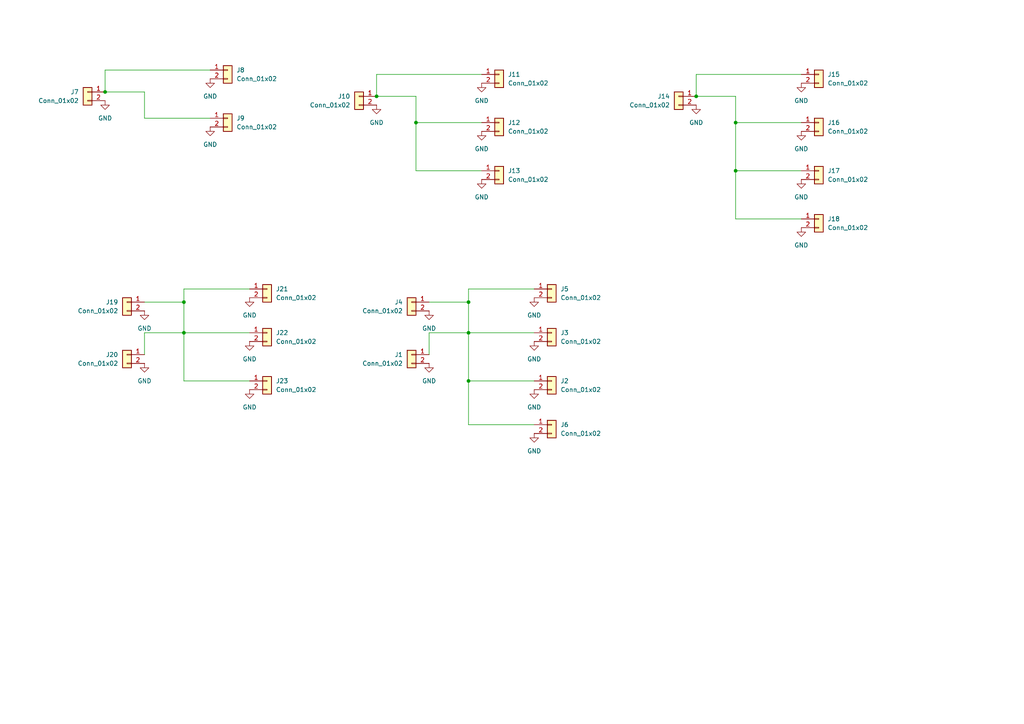
<source format=kicad_sch>
(kicad_sch (version 20231120) (generator "eeschema") (generator_version "8.0")
  (paper "A4")
  (lib_symbols
    (symbol "Connector_Generic:Conn_01x02" (pin_names (offset 1.016) hide)
      (property "Reference" "J" (at 0 2.54 0))
      (property "Value" "Conn_01x02" (at 0 -5.08 0))
      (symbol "Conn_01x02_1_1"
        (rectangle (start -1.27 -2.413) (end 0 -2.667) (stroke (width 0.1524)))
        (rectangle (start -1.27 0.127) (end 0 -0.127) (stroke (width 0.1524)))
        (rectangle (start -1.27 1.27) (end 1.27 -3.81) (stroke (width 0.254)) (fill (type background)))
        (pin passive line (at -5.08 0 0) (length 3.81) (name "Pin_1") (number "1"))
        (pin passive line (at -5.08 -2.54 0) (length 3.81) (name "Pin_2") (number "2"))
      )
    )
    (symbol "power:GND" (power) (pin_numbers hide) (pin_names (offset 0) hide)
      (property "Value" "GND" (at 0 -3.81 0))
      (symbol "GND_0_1"
        (polyline (pts (xy 0 0) (xy 0 -1.27) (xy 1.27 -1.27) (xy 0 -2.54) (xy -1.27 -1.27) (xy 0 -1.27)))
      )
      (symbol "GND_1_1"
        (pin power_in line (at 0 0 270) (length 0) (name "~") (number "1"))
      )
    )
  )
  (junction (at 135.89 96.52))
  (junction (at 53.34 87.63))
  (junction (at 135.89 87.63))
  (junction (at 120.65 35.56))
  (junction (at 201.93 27.94))
  (junction (at 30.48 26.67))
  (junction (at 53.34 96.52))
  (junction (at 213.36 49.53))
  (junction (at 109.22 27.94))
  (junction (at 135.89 110.49))
  (junction (at 213.36 35.56))
  (wire (pts (xy 213.36 49.53) (xy 213.36 63.5)))
  (wire (pts (xy 213.36 35.56) (xy 213.36 49.53)))
  (wire (pts (xy 30.48 26.67) (xy 41.91 26.67)))
  (wire (pts (xy 41.91 96.52) (xy 53.34 96.52)))
  (wire (pts (xy 135.89 96.52) (xy 135.89 110.49)))
  (wire (pts (xy 53.34 96.52) (xy 53.34 87.63)))
  (wire (pts (xy 201.93 27.94) (xy 201.93 21.59)))
  (wire (pts (xy 30.48 20.32) (xy 60.96 20.32)))
  (wire (pts (xy 109.22 21.59) (xy 139.7 21.59)))
  (wire (pts (xy 120.65 35.56) (xy 120.65 49.53)))
  (wire (pts (xy 41.91 102.87) (xy 41.91 96.52)))
  (wire (pts (xy 124.46 102.87) (xy 124.46 96.52)))
  (wire (pts (xy 53.34 87.63) (xy 53.34 83.82)))
  (wire (pts (xy 120.65 35.56) (xy 139.7 35.56)))
  (wire (pts (xy 135.89 110.49) (xy 135.89 123.19)))
  (wire (pts (xy 135.89 87.63) (xy 135.89 83.82)))
  (wire (pts (xy 201.93 27.94) (xy 213.36 27.94)))
  (wire (pts (xy 41.91 26.67) (xy 41.91 34.29)))
  (wire (pts (xy 124.46 96.52) (xy 135.89 96.52)))
  (wire (pts (xy 120.65 27.94) (xy 120.65 35.56)))
  (wire (pts (xy 135.89 87.63) (xy 124.46 87.63)))
  (wire (pts (xy 30.48 26.67) (xy 30.48 20.32)))
  (wire (pts (xy 135.89 83.82) (xy 154.94 83.82)))
  (wire (pts (xy 213.36 27.94) (xy 213.36 35.56)))
  (wire (pts (xy 213.36 63.5) (xy 232.41 63.5)))
  (wire (pts (xy 53.34 110.49) (xy 72.39 110.49)))
  (wire (pts (xy 109.22 27.94) (xy 109.22 21.59)))
  (wire (pts (xy 213.36 49.53) (xy 232.41 49.53)))
  (wire (pts (xy 109.22 27.94) (xy 120.65 27.94)))
  (wire (pts (xy 120.65 49.53) (xy 139.7 49.53)))
  (wire (pts (xy 53.34 96.52) (xy 72.39 96.52)))
  (wire (pts (xy 53.34 87.63) (xy 41.91 87.63)))
  (wire (pts (xy 135.89 110.49) (xy 154.94 110.49)))
  (wire (pts (xy 135.89 96.52) (xy 135.89 87.63)))
  (wire (pts (xy 53.34 96.52) (xy 53.34 110.49)))
  (wire (pts (xy 41.91 34.29) (xy 60.96 34.29)))
  (wire (pts (xy 213.36 35.56) (xy 232.41 35.56)))
  (wire (pts (xy 135.89 123.19) (xy 154.94 123.19)))
  (wire (pts (xy 135.89 96.52) (xy 154.94 96.52)))
  (wire (pts (xy 201.93 21.59) (xy 232.41 21.59)))
  (wire (pts (xy 53.34 83.82) (xy 72.39 83.82)))
  (symbol (lib_id "Connector_Generic:Conn_01x02") (at 160.02 123.19 0) (unit 1)
    (property "Reference" "J6" (at 162.56 123.1899 0) (effects (justify left)))
    (property "Value" "Conn_01x02" (at 162.56 125.7299 0) (effects (justify left)))
    (property "Footprint" "deans_fp:Deans Connector Female" (effects (hide yes)))
    (property "Description" "Generic connector, single row, 01x02, script generated (kicad-library-utils/schlib/autogen/connector/)" (effects (hide yes)))
  )
  (symbol (lib_id "Connector_Generic:Conn_01x02") (at 237.49 35.56 0) (unit 1)
    (property "Reference" "J16" (at 240.03 35.5599 0) (effects (justify left)))
    (property "Value" "Conn_01x02" (at 240.03 38.0999 0) (effects (justify left)))
    (property "Footprint" "deans_fp:Deans Connector Female" (effects (hide yes)))
    (property "Description" "Generic connector, single row, 01x02, script generated (kicad-library-utils/schlib/autogen/connector/)" (effects (hide yes)))
  )
  (symbol (lib_id "power:GND") (at 154.94 86.36 0) (unit 1)
    (property "Reference" "#PWR05" (effects (hide yes)))
    (property "Value" "GND" (at 154.94 91.44 0))
    (property "Description" "Power symbol creates a global label with name \"GND\" , ground" (effects (hide yes)))
  )
  (symbol (lib_id "power:GND") (at 72.39 99.06 0) (unit 1)
    (property "Reference" "#PWR022" (effects (hide yes)))
    (property "Value" "GND" (at 72.39 104.14 0))
    (property "Description" "Power symbol creates a global label with name \"GND\" , ground" (effects (hide yes)))
  )
  (symbol (lib_id "Connector_Generic:Conn_01x02") (at 36.83 87.63 0) (mirror y) (unit 1)
    (property "Reference" "J19" (at 34.29 87.6299 0) (effects (justify left)))
    (property "Value" "Conn_01x02" (at 34.29 90.1699 0) (effects (justify left)))
    (property "Footprint" "deans_fp:Deans Connector Male" (effects (hide yes)))
    (property "Description" "Generic connector, single row, 01x02, script generated (kicad-library-utils/schlib/autogen/connector/)" (effects (hide yes)))
  )
  (symbol (lib_id "Connector_Generic:Conn_01x02") (at 66.04 34.29 0) (unit 1)
    (property "Reference" "J9" (at 68.58 34.2899 0) (effects (justify left)))
    (property "Value" "Conn_01x02" (at 68.58 36.8299 0) (effects (justify left)))
    (property "Footprint" "deans_fp:Deans Connector Female" (effects (hide yes)))
    (property "Description" "Generic connector, single row, 01x02, script generated (kicad-library-utils/schlib/autogen/connector/)" (effects (hide yes)))
  )
  (symbol (lib_id "Connector_Generic:Conn_01x02") (at 160.02 83.82 0) (unit 1)
    (property "Reference" "J5" (at 162.56 83.8199 0) (effects (justify left)))
    (property "Value" "Conn_01x02" (at 162.56 86.3599 0) (effects (justify left)))
    (property "Footprint" "deans_fp:Deans Connector Female" (effects (hide yes)))
    (property "Description" "Generic connector, single row, 01x02, script generated (kicad-library-utils/schlib/autogen/connector/)" (effects (hide yes)))
  )
  (symbol (lib_id "power:GND") (at 60.96 36.83 0) (unit 1)
    (property "Reference" "#PWR09" (effects (hide yes)))
    (property "Value" "GND" (at 60.96 41.91 0))
    (property "Description" "Power symbol creates a global label with name \"GND\" , ground" (effects (hide yes)))
  )
  (symbol (lib_id "power:GND") (at 232.41 66.04 0) (unit 1)
    (property "Reference" "#PWR018" (effects (hide yes)))
    (property "Value" "GND" (at 232.41 71.12 0))
    (property "Description" "Power symbol creates a global label with name \"GND\" , ground" (effects (hide yes)))
  )
  (symbol (lib_id "Connector_Generic:Conn_01x02") (at 196.85 27.94 0) (mirror y) (unit 1)
    (property "Reference" "J14" (at 194.31 27.9399 0) (effects (justify left)))
    (property "Value" "Conn_01x02" (at 194.31 30.4799 0) (effects (justify left)))
    (property "Footprint" "deans_fp:Deans Connector Male" (effects (hide yes)))
    (property "Description" "Generic connector, single row, 01x02, script generated (kicad-library-utils/schlib/autogen/connector/)" (effects (hide yes)))
  )
  (symbol (lib_id "power:GND") (at 72.39 113.03 0) (unit 1)
    (property "Reference" "#PWR023" (effects (hide yes)))
    (property "Value" "GND" (at 72.39 118.11 0))
    (property "Description" "Power symbol creates a global label with name \"GND\" , ground" (effects (hide yes)))
  )
  (symbol (lib_id "power:GND") (at 124.46 90.17 0) (mirror y) (unit 1)
    (property "Reference" "#PWR04" (effects (hide yes)))
    (property "Value" "GND" (at 124.46 95.25 0))
    (property "Description" "Power symbol creates a global label with name \"GND\" , ground" (effects (hide yes)))
  )
  (symbol (lib_id "Connector_Generic:Conn_01x02") (at 25.4 26.67 0) (mirror y) (unit 1)
    (property "Reference" "J7" (at 22.86 26.6699 0) (effects (justify left)))
    (property "Value" "Conn_01x02" (at 22.86 29.2099 0) (effects (justify left)))
    (property "Footprint" "deans_fp:Deans Connector Male" (effects (hide yes)))
    (property "Description" "Generic connector, single row, 01x02, script generated (kicad-library-utils/schlib/autogen/connector/)" (effects (hide yes)))
  )
  (symbol (lib_id "Connector_Generic:Conn_01x02") (at 144.78 49.53 0) (unit 1)
    (property "Reference" "J13" (at 147.32 49.5299 0) (effects (justify left)))
    (property "Value" "Conn_01x02" (at 147.32 52.0699 0) (effects (justify left)))
    (property "Footprint" "deans_fp:Deans Connector Female" (effects (hide yes)))
    (property "Description" "Generic connector, single row, 01x02, script generated (kicad-library-utils/schlib/autogen/connector/)" (effects (hide yes)))
  )
  (symbol (lib_id "Connector_Generic:Conn_01x02") (at 77.47 83.82 0) (unit 1)
    (property "Reference" "J21" (at 80.01 83.8199 0) (effects (justify left)))
    (property "Value" "Conn_01x02" (at 80.01 86.3599 0) (effects (justify left)))
    (property "Footprint" "deans_fp:Deans Connector Female" (effects (hide yes)))
    (property "Description" "Generic connector, single row, 01x02, script generated (kicad-library-utils/schlib/autogen/connector/)" (effects (hide yes)))
  )
  (symbol (lib_id "Connector_Generic:Conn_01x02") (at 144.78 35.56 0) (unit 1)
    (property "Reference" "J12" (at 147.32 35.5599 0) (effects (justify left)))
    (property "Value" "Conn_01x02" (at 147.32 38.0999 0) (effects (justify left)))
    (property "Footprint" "deans_fp:Deans Connector Female" (effects (hide yes)))
    (property "Description" "Generic connector, single row, 01x02, script generated (kicad-library-utils/schlib/autogen/connector/)" (effects (hide yes)))
  )
  (symbol (lib_id "Connector_Generic:Conn_01x02") (at 77.47 110.49 0) (unit 1)
    (property "Reference" "J23" (at 80.01 110.4899 0) (effects (justify left)))
    (property "Value" "Conn_01x02" (at 80.01 113.0299 0) (effects (justify left)))
    (property "Footprint" "deans_fp:Deans Connector Female" (effects (hide yes)))
    (property "Description" "Generic connector, single row, 01x02, script generated (kicad-library-utils/schlib/autogen/connector/)" (effects (hide yes)))
  )
  (symbol (lib_id "power:GND") (at 154.94 125.73 0) (unit 1)
    (property "Reference" "#PWR06" (effects (hide yes)))
    (property "Value" "GND" (at 154.94 130.81 0))
    (property "Description" "Power symbol creates a global label with name \"GND\" , ground" (effects (hide yes)))
  )
  (symbol (lib_id "power:GND") (at 109.22 30.48 0) (mirror y) (unit 1)
    (property "Reference" "#PWR010" (effects (hide yes)))
    (property "Value" "GND" (at 109.22 35.56 0))
    (property "Description" "Power symbol creates a global label with name \"GND\" , ground" (effects (hide yes)))
  )
  (symbol (lib_id "power:GND") (at 124.46 105.41 0) (mirror y) (unit 1)
    (property "Reference" "#PWR01" (effects (hide yes)))
    (property "Value" "GND" (at 124.46 110.49 0))
    (property "Description" "Power symbol creates a global label with name \"GND\" , ground" (effects (hide yes)))
  )
  (symbol (lib_id "power:GND") (at 232.41 52.07 0) (unit 1)
    (property "Reference" "#PWR017" (effects (hide yes)))
    (property "Value" "GND" (at 232.41 57.15 0))
    (property "Description" "Power symbol creates a global label with name \"GND\" , ground" (effects (hide yes)))
  )
  (symbol (lib_id "Connector_Generic:Conn_01x02") (at 119.38 102.87 0) (mirror y) (unit 1)
    (property "Reference" "J1" (at 116.84 102.8699 0) (effects (justify left)))
    (property "Value" "Conn_01x02" (at 116.84 105.4099 0) (effects (justify left)))
    (property "Footprint" "deans_fp:Deans Connector Male" (effects (hide yes)))
    (property "Description" "Generic connector, single row, 01x02, script generated (kicad-library-utils/schlib/autogen/connector/)" (effects (hide yes)))
  )
  (symbol (lib_id "Connector_Generic:Conn_01x02") (at 77.47 96.52 0) (unit 1)
    (property "Reference" "J22" (at 80.01 96.5199 0) (effects (justify left)))
    (property "Value" "Conn_01x02" (at 80.01 99.0599 0) (effects (justify left)))
    (property "Footprint" "deans_fp:Deans Connector Female" (effects (hide yes)))
    (property "Description" "Generic connector, single row, 01x02, script generated (kicad-library-utils/schlib/autogen/connector/)" (effects (hide yes)))
  )
  (symbol (lib_id "power:GND") (at 232.41 24.13 0) (unit 1)
    (property "Reference" "#PWR015" (effects (hide yes)))
    (property "Value" "GND" (at 232.41 29.21 0))
    (property "Description" "Power symbol creates a global label with name \"GND\" , ground" (effects (hide yes)))
  )
  (symbol (lib_id "power:GND") (at 30.48 29.21 0) (mirror y) (unit 1)
    (property "Reference" "#PWR07" (effects (hide yes)))
    (property "Value" "GND" (at 30.48 34.29 0))
    (property "Description" "Power symbol creates a global label with name \"GND\" , ground" (effects (hide yes)))
  )
  (symbol (lib_id "power:GND") (at 41.91 90.17 0) (mirror y) (unit 1)
    (property "Reference" "#PWR019" (effects (hide yes)))
    (property "Value" "GND" (at 41.91 95.25 0))
    (property "Description" "Power symbol creates a global label with name \"GND\" , ground" (effects (hide yes)))
  )
  (symbol (lib_id "power:GND") (at 139.7 52.07 0) (unit 1)
    (property "Reference" "#PWR013" (effects (hide yes)))
    (property "Value" "GND" (at 139.7 57.15 0))
    (property "Description" "Power symbol creates a global label with name \"GND\" , ground" (effects (hide yes)))
  )
  (symbol (lib_id "Connector_Generic:Conn_01x02") (at 104.14 27.94 0) (mirror y) (unit 1)
    (property "Reference" "J10" (at 101.6 27.9399 0) (effects (justify left)))
    (property "Value" "Conn_01x02" (at 101.6 30.4799 0) (effects (justify left)))
    (property "Footprint" "deans_fp:Deans Connector Male" (effects (hide yes)))
    (property "Description" "Generic connector, single row, 01x02, script generated (kicad-library-utils/schlib/autogen/connector/)" (effects (hide yes)))
  )
  (symbol (lib_id "Connector_Generic:Conn_01x02") (at 66.04 20.32 0) (unit 1)
    (property "Reference" "J8" (at 68.58 20.3199 0) (effects (justify left)))
    (property "Value" "Conn_01x02" (at 68.58 22.8599 0) (effects (justify left)))
    (property "Footprint" "deans_fp:Deans Connector Female" (effects (hide yes)))
    (property "Description" "Generic connector, single row, 01x02, script generated (kicad-library-utils/schlib/autogen/connector/)" (effects (hide yes)))
  )
  (symbol (lib_id "power:GND") (at 154.94 113.03 0) (unit 1)
    (property "Reference" "#PWR02" (effects (hide yes)))
    (property "Value" "GND" (at 154.94 118.11 0))
    (property "Description" "Power symbol creates a global label with name \"GND\" , ground" (effects (hide yes)))
  )
  (symbol (lib_id "power:GND") (at 201.93 30.48 0) (mirror y) (unit 1)
    (property "Reference" "#PWR014" (effects (hide yes)))
    (property "Value" "GND" (at 201.93 35.56 0))
    (property "Description" "Power symbol creates a global label with name \"GND\" , ground" (effects (hide yes)))
  )
  (symbol (lib_id "Connector_Generic:Conn_01x02") (at 160.02 110.49 0) (unit 1)
    (property "Reference" "J2" (at 162.56 110.4899 0) (effects (justify left)))
    (property "Value" "Conn_01x02" (at 162.56 113.0299 0) (effects (justify left)))
    (property "Footprint" "deans_fp:Deans Connector Female" (effects (hide yes)))
    (property "Description" "Generic connector, single row, 01x02, script generated (kicad-library-utils/schlib/autogen/connector/)" (effects (hide yes)))
  )
  (symbol (lib_id "Connector_Generic:Conn_01x02") (at 237.49 21.59 0) (unit 1)
    (property "Reference" "J15" (at 240.03 21.5899 0) (effects (justify left)))
    (property "Value" "Conn_01x02" (at 240.03 24.1299 0) (effects (justify left)))
    (property "Footprint" "deans_fp:Deans Connector Female" (effects (hide yes)))
    (property "Description" "Generic connector, single row, 01x02, script generated (kicad-library-utils/schlib/autogen/connector/)" (effects (hide yes)))
  )
  (symbol (lib_id "Connector_Generic:Conn_01x02") (at 119.38 87.63 0) (mirror y) (unit 1)
    (property "Reference" "J4" (at 116.84 87.6299 0) (effects (justify left)))
    (property "Value" "Conn_01x02" (at 116.84 90.1699 0) (effects (justify left)))
    (property "Footprint" "deans_fp:Deans Connector Male" (effects (hide yes)))
    (property "Description" "Generic connector, single row, 01x02, script generated (kicad-library-utils/schlib/autogen/connector/)" (effects (hide yes)))
  )
  (symbol (lib_id "Connector_Generic:Conn_01x02") (at 36.83 102.87 0) (mirror y) (unit 1)
    (property "Reference" "J20" (at 34.29 102.8699 0) (effects (justify left)))
    (property "Value" "Conn_01x02" (at 34.29 105.4099 0) (effects (justify left)))
    (property "Footprint" "deans_fp:Deans Connector Male" (effects (hide yes)))
    (property "Description" "Generic connector, single row, 01x02, script generated (kicad-library-utils/schlib/autogen/connector/)" (effects (hide yes)))
  )
  (symbol (lib_id "power:GND") (at 72.39 86.36 0) (unit 1)
    (property "Reference" "#PWR021" (effects (hide yes)))
    (property "Value" "GND" (at 72.39 91.44 0))
    (property "Description" "Power symbol creates a global label with name \"GND\" , ground" (effects (hide yes)))
  )
  (symbol (lib_id "Connector_Generic:Conn_01x02") (at 144.78 21.59 0) (unit 1)
    (property "Reference" "J11" (at 147.32 21.5899 0) (effects (justify left)))
    (property "Value" "Conn_01x02" (at 147.32 24.1299 0) (effects (justify left)))
    (property "Footprint" "deans_fp:Deans Connector Female" (effects (hide yes)))
    (property "Description" "Generic connector, single row, 01x02, script generated (kicad-library-utils/schlib/autogen/connector/)" (effects (hide yes)))
  )
  (symbol (lib_id "Connector_Generic:Conn_01x02") (at 237.49 49.53 0) (unit 1)
    (property "Reference" "J17" (at 240.03 49.5299 0) (effects (justify left)))
    (property "Value" "Conn_01x02" (at 240.03 52.0699 0) (effects (justify left)))
    (property "Footprint" "deans_fp:Deans Connector Female" (effects (hide yes)))
    (property "Description" "Generic connector, single row, 01x02, script generated (kicad-library-utils/schlib/autogen/connector/)" (effects (hide yes)))
  )
  (symbol (lib_id "power:GND") (at 41.91 105.41 0) (mirror y) (unit 1)
    (property "Reference" "#PWR020" (effects (hide yes)))
    (property "Value" "GND" (at 41.91 110.49 0))
    (property "Description" "Power symbol creates a global label with name \"GND\" , ground" (effects (hide yes)))
  )
  (symbol (lib_id "Connector_Generic:Conn_01x02") (at 160.02 96.52 0) (unit 1)
    (property "Reference" "J3" (at 162.56 96.5199 0) (effects (justify left)))
    (property "Value" "Conn_01x02" (at 162.56 99.0599 0) (effects (justify left)))
    (property "Footprint" "deans_fp:Deans Connector Female" (effects (hide yes)))
    (property "Description" "Generic connector, single row, 01x02, script generated (kicad-library-utils/schlib/autogen/connector/)" (effects (hide yes)))
  )
  (symbol (lib_id "power:GND") (at 154.94 99.06 0) (unit 1)
    (property "Reference" "#PWR03" (effects (hide yes)))
    (property "Value" "GND" (at 154.94 104.14 0))
    (property "Description" "Power symbol creates a global label with name \"GND\" , ground" (effects (hide yes)))
  )
  (symbol (lib_id "power:GND") (at 60.96 22.86 0) (unit 1)
    (property "Reference" "#PWR08" (effects (hide yes)))
    (property "Value" "GND" (at 60.96 27.94 0))
    (property "Description" "Power symbol creates a global label with name \"GND\" , ground" (effects (hide yes)))
  )
  (symbol (lib_id "power:GND") (at 139.7 38.1 0) (unit 1)
    (property "Reference" "#PWR012" (effects (hide yes)))
    (property "Value" "GND" (at 139.7 43.18 0))
    (property "Description" "Power symbol creates a global label with name \"GND\" , ground" (effects (hide yes)))
  )
  (symbol (lib_id "power:GND") (at 139.7 24.13 0) (unit 1)
    (property "Reference" "#PWR011" (effects (hide yes)))
    (property "Value" "GND" (at 139.7 29.21 0))
    (property "Description" "Power symbol creates a global label with name \"GND\" , ground" (effects (hide yes)))
  )
  (symbol (lib_id "power:GND") (at 232.41 38.1 0) (unit 1)
    (property "Reference" "#PWR016" (effects (hide yes)))
    (property "Value" "GND" (at 232.41 43.18 0))
    (property "Description" "Power symbol creates a global label with name \"GND\" , ground" (effects (hide yes)))
  )
  (symbol (lib_id "Connector_Generic:Conn_01x02") (at 237.49 63.5 0) (unit 1)
    (property "Reference" "J18" (at 240.03 63.4999 0) (effects (justify left)))
    (property "Value" "Conn_01x02" (at 240.03 66.0399 0) (effects (justify left)))
    (property "Footprint" "deans_fp:Deans Connector Female" (effects (hide yes)))
    (property "Description" "Generic connector, single row, 01x02, script generated (kicad-library-utils/schlib/autogen/connector/)" (effects (hide yes)))
  )
)
</source>
